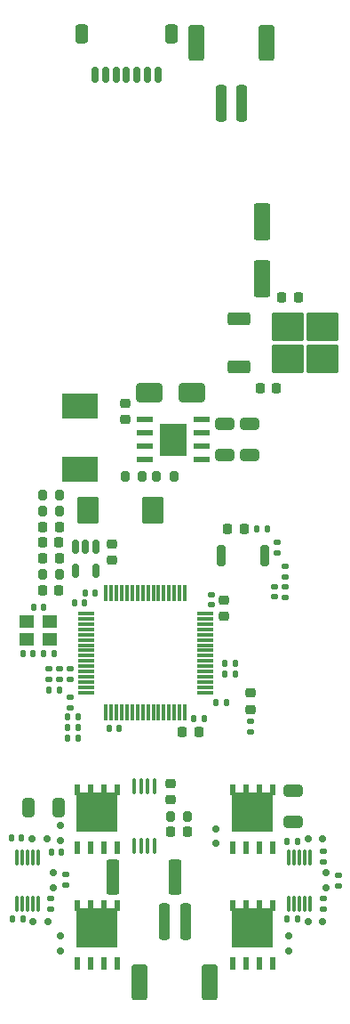
<source format=gbr>
%TF.GenerationSoftware,KiCad,Pcbnew,7.0.6*%
%TF.CreationDate,2024-05-08T12:01:16-04:00*%
%TF.ProjectId,ActiveImpactor_Power,41637469-7665-4496-9d70-6163746f725f,rev?*%
%TF.SameCoordinates,Original*%
%TF.FileFunction,Paste,Top*%
%TF.FilePolarity,Positive*%
%FSLAX46Y46*%
G04 Gerber Fmt 4.6, Leading zero omitted, Abs format (unit mm)*
G04 Created by KiCad (PCBNEW 7.0.6) date 2024-05-08 12:01:16*
%MOMM*%
%LPD*%
G01*
G04 APERTURE LIST*
G04 Aperture macros list*
%AMRoundRect*
0 Rectangle with rounded corners*
0 $1 Rounding radius*
0 $2 $3 $4 $5 $6 $7 $8 $9 X,Y pos of 4 corners*
0 Add a 4 corners polygon primitive as box body*
4,1,4,$2,$3,$4,$5,$6,$7,$8,$9,$2,$3,0*
0 Add four circle primitives for the rounded corners*
1,1,$1+$1,$2,$3*
1,1,$1+$1,$4,$5*
1,1,$1+$1,$6,$7*
1,1,$1+$1,$8,$9*
0 Add four rect primitives between the rounded corners*
20,1,$1+$1,$2,$3,$4,$5,0*
20,1,$1+$1,$4,$5,$6,$7,0*
20,1,$1+$1,$6,$7,$8,$9,0*
20,1,$1+$1,$8,$9,$2,$3,0*%
G04 Aperture macros list end*
%ADD10RoundRect,0.250000X0.250000X1.500000X-0.250000X1.500000X-0.250000X-1.500000X0.250000X-1.500000X0*%
%ADD11RoundRect,0.250001X0.499999X1.449999X-0.499999X1.449999X-0.499999X-1.449999X0.499999X-1.449999X0*%
%ADD12RoundRect,0.250000X1.000000X0.650000X-1.000000X0.650000X-1.000000X-0.650000X1.000000X-0.650000X0*%
%ADD13RoundRect,0.250000X0.550000X-1.500000X0.550000X1.500000X-0.550000X1.500000X-0.550000X-1.500000X0*%
%ADD14RoundRect,0.225000X-0.225000X-0.250000X0.225000X-0.250000X0.225000X0.250000X-0.225000X0.250000X0*%
%ADD15R,3.500000X2.350000*%
%ADD16RoundRect,0.150000X0.200000X-0.150000X0.200000X0.150000X-0.200000X0.150000X-0.200000X-0.150000X0*%
%ADD17RoundRect,0.150000X0.150000X0.625000X-0.150000X0.625000X-0.150000X-0.625000X0.150000X-0.625000X0*%
%ADD18RoundRect,0.250000X0.350000X0.650000X-0.350000X0.650000X-0.350000X-0.650000X0.350000X-0.650000X0*%
%ADD19RoundRect,0.135000X-0.135000X-0.185000X0.135000X-0.185000X0.135000X0.185000X-0.135000X0.185000X0*%
%ADD20RoundRect,0.218750X-0.218750X-0.256250X0.218750X-0.256250X0.218750X0.256250X-0.218750X0.256250X0*%
%ADD21RoundRect,0.250000X-0.250000X-1.500000X0.250000X-1.500000X0.250000X1.500000X-0.250000X1.500000X0*%
%ADD22RoundRect,0.250001X-0.499999X-1.449999X0.499999X-1.449999X0.499999X1.449999X-0.499999X1.449999X0*%
%ADD23RoundRect,0.135000X0.135000X0.185000X-0.135000X0.185000X-0.135000X-0.185000X0.135000X-0.185000X0*%
%ADD24RoundRect,0.140000X0.170000X-0.140000X0.170000X0.140000X-0.170000X0.140000X-0.170000X-0.140000X0*%
%ADD25RoundRect,0.200000X0.200000X0.800000X-0.200000X0.800000X-0.200000X-0.800000X0.200000X-0.800000X0*%
%ADD26RoundRect,0.075000X-0.700000X-0.075000X0.700000X-0.075000X0.700000X0.075000X-0.700000X0.075000X0*%
%ADD27RoundRect,0.075000X-0.075000X-0.700000X0.075000X-0.700000X0.075000X0.700000X-0.075000X0.700000X0*%
%ADD28RoundRect,0.200000X-0.200000X-0.275000X0.200000X-0.275000X0.200000X0.275000X-0.200000X0.275000X0*%
%ADD29RoundRect,0.250000X-0.362500X-1.425000X0.362500X-1.425000X0.362500X1.425000X-0.362500X1.425000X0*%
%ADD30R,0.610000X1.270000*%
%ADD31R,3.910000X3.810000*%
%ADD32R,0.610000X1.020000*%
%ADD33RoundRect,0.250000X-0.650000X0.325000X-0.650000X-0.325000X0.650000X-0.325000X0.650000X0.325000X0*%
%ADD34RoundRect,0.140000X0.140000X0.170000X-0.140000X0.170000X-0.140000X-0.170000X0.140000X-0.170000X0*%
%ADD35RoundRect,0.200000X0.200000X0.275000X-0.200000X0.275000X-0.200000X-0.275000X0.200000X-0.275000X0*%
%ADD36RoundRect,0.250000X0.325000X0.650000X-0.325000X0.650000X-0.325000X-0.650000X0.325000X-0.650000X0*%
%ADD37RoundRect,0.225000X0.250000X-0.225000X0.250000X0.225000X-0.250000X0.225000X-0.250000X-0.225000X0*%
%ADD38R,1.400000X1.200000*%
%ADD39RoundRect,0.150000X-0.150000X0.512500X-0.150000X-0.512500X0.150000X-0.512500X0.150000X0.512500X0*%
%ADD40RoundRect,0.150000X0.150000X0.200000X-0.150000X0.200000X-0.150000X-0.200000X0.150000X-0.200000X0*%
%ADD41RoundRect,0.250000X-0.850000X-0.350000X0.850000X-0.350000X0.850000X0.350000X-0.850000X0.350000X0*%
%ADD42RoundRect,0.250000X-1.275000X-1.125000X1.275000X-1.125000X1.275000X1.125000X-1.275000X1.125000X0*%
%ADD43RoundRect,0.218750X0.218750X0.256250X-0.218750X0.256250X-0.218750X-0.256250X0.218750X-0.256250X0*%
%ADD44RoundRect,0.147500X-0.172500X0.147500X-0.172500X-0.147500X0.172500X-0.147500X0.172500X0.147500X0*%
%ADD45R,1.550000X0.600000*%
%ADD46R,2.600000X3.100000*%
%ADD47RoundRect,0.225000X0.225000X0.250000X-0.225000X0.250000X-0.225000X-0.250000X0.225000X-0.250000X0*%
%ADD48RoundRect,0.140000X-0.170000X0.140000X-0.170000X-0.140000X0.170000X-0.140000X0.170000X0.140000X0*%
%ADD49RoundRect,0.100000X0.100000X-0.637500X0.100000X0.637500X-0.100000X0.637500X-0.100000X-0.637500X0*%
%ADD50RoundRect,0.135000X-0.185000X0.135000X-0.185000X-0.135000X0.185000X-0.135000X0.185000X0.135000X0*%
%ADD51RoundRect,0.135000X0.185000X-0.135000X0.185000X0.135000X-0.185000X0.135000X-0.185000X-0.135000X0*%
%ADD52RoundRect,0.225000X-0.250000X0.225000X-0.250000X-0.225000X0.250000X-0.225000X0.250000X0.225000X0*%
%ADD53RoundRect,0.218750X-0.256250X0.218750X-0.256250X-0.218750X0.256250X-0.218750X0.256250X0.218750X0*%
%ADD54RoundRect,0.250000X-0.787500X-1.025000X0.787500X-1.025000X0.787500X1.025000X-0.787500X1.025000X0*%
%ADD55RoundRect,0.140000X-0.140000X-0.170000X0.140000X-0.170000X0.140000X0.170000X-0.140000X0.170000X0*%
%ADD56RoundRect,0.075000X-0.075000X0.650000X-0.075000X-0.650000X0.075000X-0.650000X0.075000X0.650000X0*%
G04 APERTURE END LIST*
D10*
%TO.C,J105*%
X6400000Y38900000D03*
X4400000Y38900000D03*
D11*
X8750000Y44650000D03*
X2050000Y44650000D03*
%TD*%
D12*
%TO.C,D101*%
X1600000Y11400000D03*
X-2400000Y11400000D03*
%TD*%
D13*
%TO.C,C101*%
X8300000Y22200000D03*
X8300000Y27600000D03*
%TD*%
D14*
%TO.C,C303*%
X8125000Y11800000D03*
X9675000Y11800000D03*
%TD*%
D15*
%TO.C,L101*%
X-9000000Y10125000D03*
X-9000000Y4075000D03*
%TD*%
D16*
%TO.C,D302*%
X-11600000Y-34300000D03*
X-11600000Y-35700000D03*
%TD*%
D17*
%TO.C,J104*%
X-1600000Y41600000D03*
X-2600000Y41600000D03*
X-3600000Y41600000D03*
X-4600000Y41600000D03*
X-5600000Y41600000D03*
X-6600000Y41600000D03*
X-7600000Y41600000D03*
D18*
X-300000Y45475000D03*
X-8900000Y45475000D03*
%TD*%
D19*
%TO.C,R201*%
X7790000Y-1600000D03*
X8810000Y-1600000D03*
%TD*%
D20*
%TO.C,D102*%
X-12587500Y-1400000D03*
X-11012500Y-1400000D03*
%TD*%
D21*
%TO.C,J301*%
X-1000000Y-38900000D03*
X1000000Y-38900000D03*
D22*
X-3350000Y-44650000D03*
X3350000Y-44650000D03*
%TD*%
D19*
%TO.C,R101*%
X3890000Y-18100000D03*
X4910000Y-18100000D03*
%TD*%
D23*
%TO.C,R205*%
X-9190000Y-20500000D03*
X-10210000Y-20500000D03*
%TD*%
D24*
%TO.C,C209*%
X-11000000Y-15880000D03*
X-11000000Y-14920000D03*
%TD*%
D23*
%TO.C,R102*%
X5810000Y-14400000D03*
X4790000Y-14400000D03*
%TD*%
%TO.C,R204*%
X-11490000Y-13450000D03*
X-12510000Y-13450000D03*
%TD*%
D25*
%TO.C,SW201*%
X8600000Y-4100000D03*
X4400000Y-4100000D03*
%TD*%
D26*
%TO.C,U201*%
X-8475000Y-9650000D03*
X-8475000Y-10150000D03*
X-8475000Y-10650000D03*
X-8475000Y-11150000D03*
X-8475000Y-11650000D03*
X-8475000Y-12150000D03*
X-8475000Y-12650000D03*
X-8475000Y-13150000D03*
X-8475000Y-13650000D03*
X-8475000Y-14150000D03*
X-8475000Y-14650000D03*
X-8475000Y-15150000D03*
X-8475000Y-15650000D03*
X-8475000Y-16150000D03*
X-8475000Y-16650000D03*
X-8475000Y-17150000D03*
D27*
X-6550000Y-19075000D03*
X-6050000Y-19075000D03*
X-5550000Y-19075000D03*
X-5050000Y-19075000D03*
X-4550000Y-19075000D03*
X-4050000Y-19075000D03*
X-3550000Y-19075000D03*
X-3050000Y-19075000D03*
X-2550000Y-19075000D03*
X-2050000Y-19075000D03*
X-1550000Y-19075000D03*
X-1050000Y-19075000D03*
X-550000Y-19075000D03*
X-50000Y-19075000D03*
X450000Y-19075000D03*
X950000Y-19075000D03*
D26*
X2875000Y-17150000D03*
X2875000Y-16650000D03*
X2875000Y-16150000D03*
X2875000Y-15650000D03*
X2875000Y-15150000D03*
X2875000Y-14650000D03*
X2875000Y-14150000D03*
X2875000Y-13650000D03*
X2875000Y-13150000D03*
X2875000Y-12650000D03*
X2875000Y-12150000D03*
X2875000Y-11650000D03*
X2875000Y-11150000D03*
X2875000Y-10650000D03*
X2875000Y-10150000D03*
X2875000Y-9650000D03*
D27*
X950000Y-7725000D03*
X450000Y-7725000D03*
X-50000Y-7725000D03*
X-550000Y-7725000D03*
X-1050000Y-7725000D03*
X-1550000Y-7725000D03*
X-2050000Y-7725000D03*
X-2550000Y-7725000D03*
X-3050000Y-7725000D03*
X-3550000Y-7725000D03*
X-4050000Y-7725000D03*
X-4550000Y-7725000D03*
X-5050000Y-7725000D03*
X-5550000Y-7725000D03*
X-6050000Y-7725000D03*
X-6550000Y-7725000D03*
%TD*%
D28*
%TO.C,R107*%
X-12625000Y100000D03*
X-10975000Y100000D03*
%TD*%
D29*
%TO.C,R302*%
X-5862500Y-34700000D03*
X62500Y-34700000D03*
%TD*%
D30*
%TO.C,Q303*%
X5495000Y-31870000D03*
X6765000Y-31870000D03*
X8035000Y-31870000D03*
X9305000Y-31870000D03*
D31*
X7400000Y-28510000D03*
D32*
X5495000Y-26405000D03*
X6765000Y-26405000D03*
X8035000Y-26405000D03*
X9305000Y-26405000D03*
%TD*%
D33*
%TO.C,C102*%
X7100000Y8375000D03*
X7100000Y5425000D03*
%TD*%
D34*
%TO.C,C208*%
X-5320000Y-20600000D03*
X-6280000Y-20600000D03*
%TD*%
%TO.C,C205*%
X-7590000Y-7650000D03*
X-8550000Y-7650000D03*
%TD*%
D35*
%TO.C,R110*%
X1225000Y-28900000D03*
X-425000Y-28900000D03*
%TD*%
D36*
%TO.C,C306*%
X-11025000Y-28100000D03*
X-13975000Y-28100000D03*
%TD*%
D37*
%TO.C,C104*%
X-4700000Y8825000D03*
X-4700000Y10375000D03*
%TD*%
D30*
%TO.C,Q301*%
X-9305000Y-31870000D03*
X-8035000Y-31870000D03*
X-6765000Y-31870000D03*
X-5495000Y-31870000D03*
D31*
X-7400000Y-28510000D03*
D32*
X-9305000Y-26405000D03*
X-8035000Y-26405000D03*
X-6765000Y-26405000D03*
X-5495000Y-26405000D03*
%TD*%
D38*
%TO.C,Y201*%
X-11900000Y-10400000D03*
X-14100000Y-10400000D03*
X-14100000Y-12100000D03*
X-11900000Y-12100000D03*
%TD*%
D23*
%TO.C,R206*%
X-9190000Y-19500000D03*
X-10210000Y-19500000D03*
%TD*%
D39*
%TO.C,U102*%
X-7550000Y-3262500D03*
X-8500000Y-3262500D03*
X-9450000Y-3262500D03*
X-9450000Y-5537500D03*
X-7550000Y-5537500D03*
%TD*%
D24*
%TO.C,C212*%
X-10000000Y-18580000D03*
X-10000000Y-17620000D03*
%TD*%
D14*
%TO.C,C203*%
X725000Y-20900000D03*
X2275000Y-20900000D03*
%TD*%
D34*
%TO.C,C202*%
X-8570000Y-8650000D03*
X-9530000Y-8650000D03*
%TD*%
D40*
%TO.C,D303*%
X-13500000Y-38900000D03*
X-12100000Y-38900000D03*
%TD*%
D41*
%TO.C,U301*%
X6125000Y18380000D03*
D42*
X10750000Y17625000D03*
X10750000Y14575000D03*
X14100000Y17625000D03*
X14100000Y14575000D03*
D41*
X6125000Y13820000D03*
%TD*%
D28*
%TO.C,R104*%
X-4725000Y3400000D03*
X-3075000Y3400000D03*
%TD*%
D40*
%TO.C,D309*%
X12700000Y-38900000D03*
X14100000Y-38900000D03*
%TD*%
%TO.C,D301*%
X-13600000Y-31100000D03*
X-12200000Y-31100000D03*
%TD*%
D23*
%TO.C,R103*%
X5810000Y-15400000D03*
X4790000Y-15400000D03*
%TD*%
D34*
%TO.C,C213*%
X-13520000Y-13450000D03*
X-14480000Y-13450000D03*
%TD*%
D16*
%TO.C,D306*%
X3900000Y-30100000D03*
X3900000Y-31500000D03*
%TD*%
D24*
%TO.C,C210*%
X-10000000Y-15880000D03*
X-10000000Y-14920000D03*
%TD*%
D35*
%TO.C,R106*%
X-10975000Y1600000D03*
X-12625000Y1600000D03*
%TD*%
D43*
%TO.C,D201*%
X6587500Y-1600000D03*
X5012500Y-1600000D03*
%TD*%
D34*
%TO.C,C304*%
X-14620000Y-31000000D03*
X-15580000Y-31000000D03*
%TD*%
D44*
%TO.C,L201*%
X-12000000Y-14915000D03*
X-12000000Y-15885000D03*
%TD*%
D16*
%TO.C,D307*%
X10900000Y-40300000D03*
X10900000Y-41700000D03*
%TD*%
D37*
%TO.C,C204*%
X4700000Y-9925000D03*
X4700000Y-8375000D03*
%TD*%
%TO.C,C109*%
X-6000000Y-4575000D03*
X-6000000Y-3025000D03*
%TD*%
D45*
%TO.C,U101*%
X-2850000Y8800000D03*
X-2850000Y7530000D03*
X-2850000Y6260000D03*
X-2850000Y4990000D03*
X2550000Y4990000D03*
X2550000Y6260000D03*
X2550000Y7530000D03*
X2550000Y8800000D03*
D46*
X-150000Y6895000D03*
%TD*%
D16*
%TO.C,D308*%
X14400000Y-34300000D03*
X14400000Y-35700000D03*
%TD*%
D28*
%TO.C,R105*%
X-1725000Y3400000D03*
X-75000Y3400000D03*
%TD*%
D47*
%TO.C,C107*%
X1175000Y-30400000D03*
X-375000Y-30400000D03*
%TD*%
D48*
%TO.C,C309*%
X14200000Y-32270000D03*
X14200000Y-33230000D03*
%TD*%
D47*
%TO.C,C201*%
X-11025000Y-7400000D03*
X-12575000Y-7400000D03*
%TD*%
D28*
%TO.C,R112*%
X-12625000Y-5900000D03*
X-10975000Y-5900000D03*
%TD*%
D20*
%TO.C,D104*%
X-12587500Y-4400000D03*
X-11012500Y-4400000D03*
%TD*%
D49*
%TO.C,U303*%
X-3875000Y-31762500D03*
X-3225000Y-31762500D03*
X-2575000Y-31762500D03*
X-1925000Y-31762500D03*
X-1925000Y-26037500D03*
X-2575000Y-26037500D03*
X-3225000Y-26037500D03*
X-3875000Y-26037500D03*
%TD*%
D50*
%TO.C,R303*%
X-10400000Y-34480000D03*
X-10400000Y-35500000D03*
%TD*%
D51*
%TO.C,R202*%
X9800000Y-3910000D03*
X9800000Y-2890000D03*
%TD*%
D52*
%TO.C,C305*%
X-400000Y-25825000D03*
X-400000Y-27375000D03*
%TD*%
D23*
%TO.C,R307*%
X11710000Y-38700000D03*
X10690000Y-38700000D03*
%TD*%
D14*
%TO.C,C301*%
X10225000Y20400000D03*
X11775000Y20400000D03*
%TD*%
D53*
%TO.C,D103*%
X7200000Y-17212500D03*
X7200000Y-18787500D03*
%TD*%
D51*
%TO.C,R109*%
X10500000Y-8100000D03*
X10500000Y-7080000D03*
%TD*%
D40*
%TO.C,D310*%
X12700000Y-31100000D03*
X14100000Y-31100000D03*
%TD*%
D30*
%TO.C,Q304*%
X5495000Y-42870000D03*
X6765000Y-42870000D03*
X8035000Y-42870000D03*
X9305000Y-42870000D03*
D31*
X7400000Y-39510000D03*
D32*
X5495000Y-37405000D03*
X6765000Y-37405000D03*
X8035000Y-37405000D03*
X9305000Y-37405000D03*
%TD*%
D24*
%TO.C,C206*%
X3500000Y-8780000D03*
X3500000Y-7820000D03*
%TD*%
D54*
%TO.C,C105*%
X-8312500Y200000D03*
X-2087500Y200000D03*
%TD*%
D55*
%TO.C,C302*%
X-11780000Y-32300000D03*
X-10820000Y-32300000D03*
%TD*%
D34*
%TO.C,C308*%
X11680000Y-31300000D03*
X10720000Y-31300000D03*
%TD*%
D51*
%TO.C,R111*%
X7200000Y-20920000D03*
X7200000Y-19900000D03*
%TD*%
D33*
%TO.C,C307*%
X11300000Y-26525000D03*
X11300000Y-29475000D03*
%TD*%
D50*
%TO.C,R304*%
X-11800000Y-36750000D03*
X-11800000Y-37770000D03*
%TD*%
D56*
%TO.C,U302*%
X-13050000Y-32800000D03*
X-13550000Y-32800000D03*
X-14050000Y-32800000D03*
X-14550000Y-32800000D03*
X-15050000Y-32800000D03*
X-15050000Y-37200000D03*
X-14550000Y-37200000D03*
X-14050000Y-37200000D03*
X-13550000Y-37200000D03*
X-13050000Y-37200000D03*
%TD*%
D51*
%TO.C,R108*%
X10500000Y-6200000D03*
X10500000Y-5180000D03*
%TD*%
D23*
%TO.C,R207*%
X-9190000Y-21500000D03*
X-10210000Y-21500000D03*
%TD*%
D30*
%TO.C,Q302*%
X-9305000Y-42870000D03*
X-8035000Y-42870000D03*
X-6765000Y-42870000D03*
X-5495000Y-42870000D03*
D31*
X-7400000Y-39510000D03*
D32*
X-9305000Y-37405000D03*
X-8035000Y-37405000D03*
X-6765000Y-37405000D03*
X-5495000Y-37405000D03*
%TD*%
D56*
%TO.C,U304*%
X12900000Y-32800000D03*
X12400000Y-32800000D03*
X11900000Y-32800000D03*
X11400000Y-32800000D03*
X10900000Y-32800000D03*
X10900000Y-37200000D03*
X11400000Y-37200000D03*
X11900000Y-37200000D03*
X12400000Y-37200000D03*
X12900000Y-37200000D03*
%TD*%
D19*
%TO.C,R203*%
X-12010000Y-16900000D03*
X-10990000Y-16900000D03*
%TD*%
D55*
%TO.C,C207*%
X1820000Y-19600000D03*
X2780000Y-19600000D03*
%TD*%
D33*
%TO.C,C103*%
X4800000Y8375000D03*
X4800000Y5425000D03*
%TD*%
D50*
%TO.C,R305*%
X15600000Y-34490000D03*
X15600000Y-35510000D03*
%TD*%
D16*
%TO.C,D304*%
X-10900000Y-29800000D03*
X-10900000Y-31200000D03*
%TD*%
D34*
%TO.C,C211*%
X-12520000Y-9050000D03*
X-13480000Y-9050000D03*
%TD*%
D48*
%TO.C,C106*%
X9500000Y-7110000D03*
X9500000Y-8070000D03*
%TD*%
D50*
%TO.C,R306*%
X14200000Y-36740000D03*
X14200000Y-37760000D03*
%TD*%
D16*
%TO.C,D305*%
X-10900000Y-40300000D03*
X-10900000Y-41700000D03*
%TD*%
D47*
%TO.C,C108*%
X-11025000Y-2900000D03*
X-12575000Y-2900000D03*
%TD*%
D23*
%TO.C,R301*%
X-14490000Y-38700000D03*
X-15510000Y-38700000D03*
%TD*%
M02*

</source>
